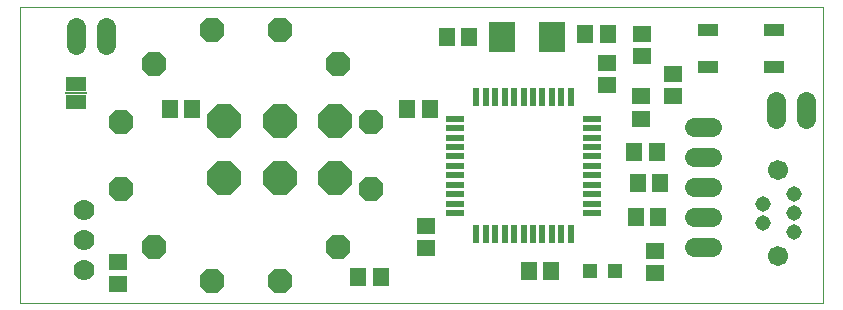
<source format=gts>
G04 EAGLE Gerber RS-274X export*
G75*
%MOMM*%
%FSLAX34Y34*%
%LPD*%
%INTop solder mask*%
%IPPOS*%
%AMOC8*
5,1,8,0,0,1.08239X$1,22.5*%
G01*
%ADD10C,0.000000*%
%ADD11P,3.037944X8X292.500000*%
%ADD12P,2.254402X8X292.500000*%
%ADD13R,1.401600X1.601600*%
%ADD14R,1.601600X1.401600*%
%ADD15R,1.701600X1.101600*%
%ADD16R,2.301600X2.501600*%
%ADD17C,1.625600*%
%ADD18R,1.701800X1.270000*%
%ADD19R,1.828800X0.152400*%
%ADD20R,1.601600X0.601600*%
%ADD21R,0.601600X1.601600*%
%ADD22R,1.301600X1.301600*%
%ADD23C,1.778000*%
%ADD24C,1.309600*%
%ADD25C,1.701600*%


D10*
X0Y0D02*
X680000Y0D01*
X680000Y250000D01*
X0Y250000D01*
X0Y0D01*
D11*
X219952Y153402D03*
D12*
X268974Y202424D03*
X297422Y153148D03*
X297422Y96252D03*
X268974Y46976D03*
X219698Y18528D03*
X162802Y18528D03*
X113526Y46976D03*
X85078Y96252D03*
X85078Y153148D03*
X113526Y202424D03*
X162802Y230872D03*
X219698Y230872D03*
D13*
X540238Y72275D03*
X521238Y72275D03*
X541825Y100850D03*
X522825Y100850D03*
D14*
X537950Y43800D03*
X537950Y24800D03*
X526175Y208712D03*
X526175Y227712D03*
X343412Y65025D03*
X343412Y46025D03*
D13*
X327838Y163788D03*
X346838Y163788D03*
X520125Y127400D03*
X539125Y127400D03*
X478638Y227761D03*
X497638Y227761D03*
X380087Y224586D03*
X361087Y224586D03*
D15*
X582675Y231225D03*
X638675Y231225D03*
X582675Y199225D03*
X638675Y199225D03*
D16*
X450324Y224586D03*
X408324Y224586D03*
D13*
X145720Y164289D03*
X126720Y164289D03*
D17*
X570765Y46700D02*
X586005Y46700D01*
X586005Y72100D02*
X570765Y72100D01*
X570765Y97500D02*
X586005Y97500D01*
X586005Y122900D02*
X570765Y122900D01*
X570765Y148300D02*
X586005Y148300D01*
D18*
X46955Y184905D03*
X46955Y169665D03*
D19*
X46955Y177285D03*
D13*
X286350Y21313D03*
X305350Y21313D03*
D17*
X46990Y217805D02*
X46990Y233045D01*
X72390Y233045D02*
X72390Y217805D01*
D14*
X83185Y15583D03*
X83185Y34583D03*
X525463Y155600D03*
X525463Y174600D03*
X496888Y184175D03*
X496888Y203175D03*
X552450Y174650D03*
X552450Y193650D03*
D20*
X484276Y75761D03*
X484276Y83761D03*
X484276Y91761D03*
X484276Y99761D03*
X484276Y107761D03*
X484276Y115761D03*
X484276Y123761D03*
X484276Y131761D03*
X484276Y139761D03*
X484276Y147761D03*
X484276Y155761D03*
D21*
X466276Y173761D03*
X458276Y173761D03*
X450276Y173761D03*
X442276Y173761D03*
X434276Y173761D03*
X426276Y173761D03*
X418276Y173761D03*
X410276Y173761D03*
X402276Y173761D03*
X394276Y173761D03*
X386276Y173761D03*
D20*
X368276Y155761D03*
X368276Y147761D03*
X368276Y139761D03*
X368276Y131761D03*
X368276Y123761D03*
X368276Y115761D03*
X368276Y107761D03*
X368276Y99761D03*
X368276Y91761D03*
X368276Y83761D03*
X368276Y75761D03*
D21*
X386276Y57761D03*
X394276Y57761D03*
X402276Y57761D03*
X410276Y57761D03*
X418276Y57761D03*
X426276Y57761D03*
X434276Y57761D03*
X442276Y57761D03*
X450276Y57761D03*
X458276Y57761D03*
X466276Y57761D03*
D13*
X449463Y26825D03*
X430463Y26825D03*
D22*
X503600Y26825D03*
X482600Y26825D03*
D23*
X53721Y52959D03*
X53721Y27559D03*
X53721Y78359D03*
D24*
X655025Y75575D03*
X655025Y91575D03*
X655025Y59575D03*
X629025Y67575D03*
X629025Y83575D03*
D25*
X642025Y112075D03*
X642025Y39075D03*
D17*
X665780Y155595D02*
X665780Y170835D01*
X640380Y170835D02*
X640380Y155595D01*
D11*
X267018Y153353D03*
X173038Y153353D03*
X173038Y105093D03*
X220028Y105093D03*
X267018Y105093D03*
M02*

</source>
